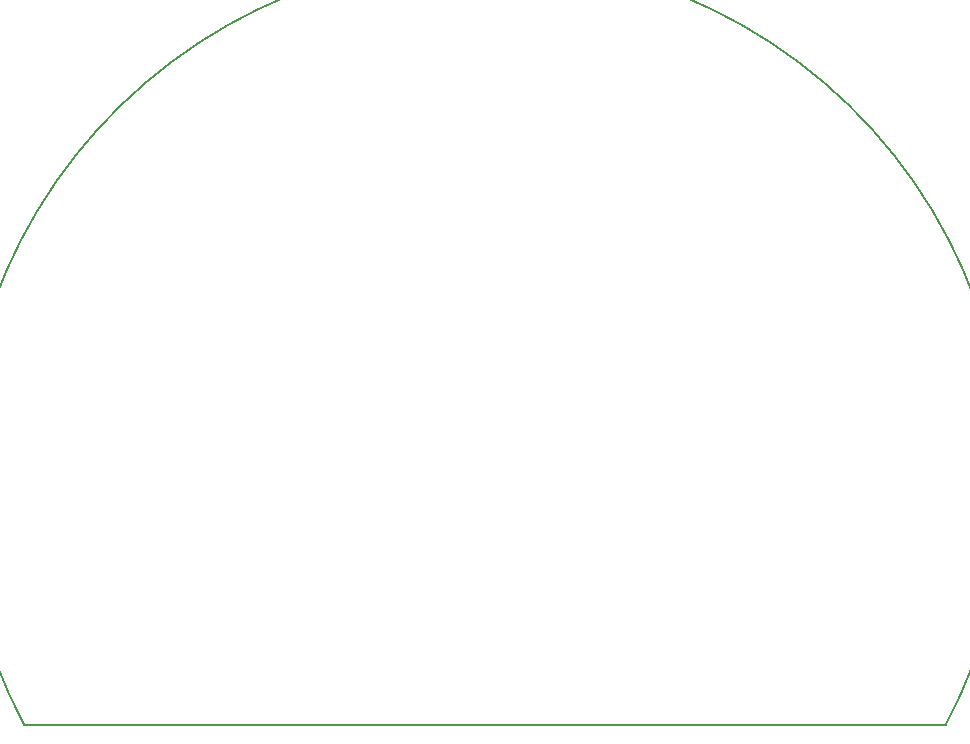
<source format=gbr>
%TF.GenerationSoftware,KiCad,Pcbnew,(5.1.10)-1*%
%TF.CreationDate,2021-07-04T19:20:50-04:00*%
%TF.ProjectId,SensorBoard,53656e73-6f72-4426-9f61-72642e6b6963,rev?*%
%TF.SameCoordinates,Original*%
%TF.FileFunction,Profile,NP*%
%FSLAX46Y46*%
G04 Gerber Fmt 4.6, Leading zero omitted, Abs format (unit mm)*
G04 Created by KiCad (PCBNEW (5.1.10)-1) date 2021-07-04 19:20:50*
%MOMM*%
%LPD*%
G01*
G04 APERTURE LIST*
%TA.AperFunction,Profile*%
%ADD10C,0.200000*%
%TD*%
G04 APERTURE END LIST*
D10*
X111000000Y-120800000D02*
X189000000Y-120800000D01*
X111000000Y-120800000D02*
G75*
G02*
X189000000Y-120800000I39000000J20800000D01*
G01*
M02*

</source>
